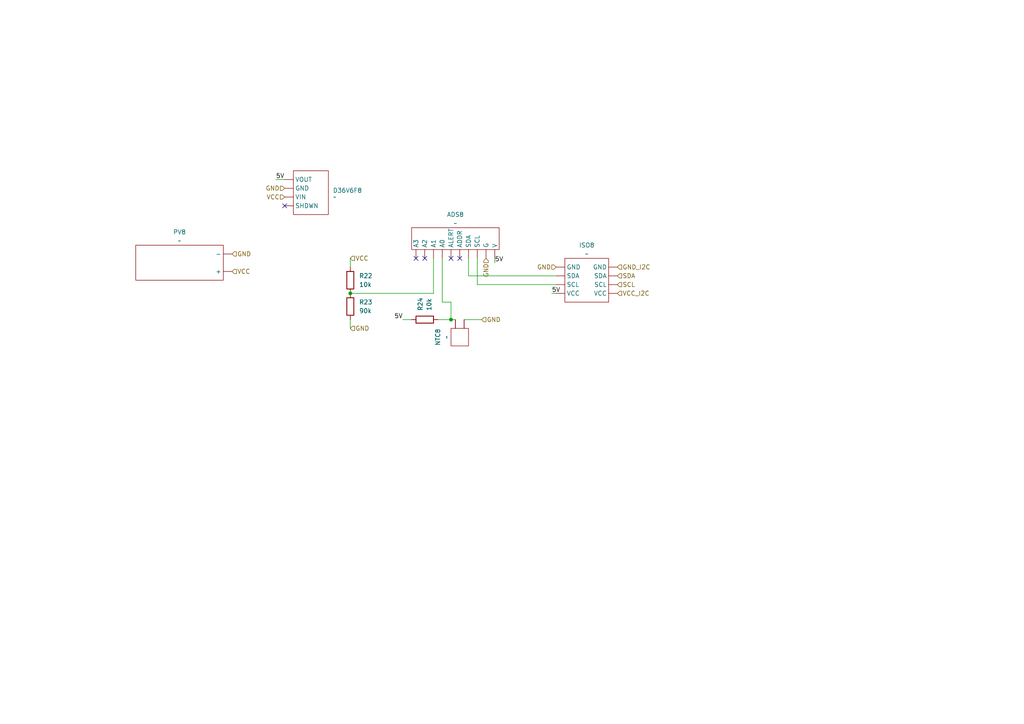
<source format=kicad_sch>
(kicad_sch (version 20231120) (generator "eeschema") (generator_version "8.0")
  (paper "A4")
  (lib_symbols
    (symbol "Device:R" (pin_numbers hide) (pin_names (offset 0))
      (property "Reference" "R" (at 2.032 0 90))
      (property "Value" "R" (at 0 0 90))
      (symbol "R_0_1"
        (rectangle (start -1.016 -2.54) (end 1.016 2.54) (stroke (width 0.254)))
      )
      (symbol "R_1_1"
        (pin passive line (at 0 3.81 270) (length 1.27) (name "~") (number "1"))
        (pin passive line (at 0 -3.81 90) (length 1.27) (name "~") (number "2"))
      )
    )
    (symbol "New_Library_0:ADC"
      (property "Reference" "ADS1115" (at 0 4.826 0))
      (symbol "ADC_0_1"
        (rectangle (start -12.7 3.81) (end 12.7 -2.54))
      )
      (symbol "ADC_1_1"
        (pin input line (at -3.81 -5.08 90) (length 2.54) (name "A0") (number ""))
        (pin input line (at -6.35 -5.08 90) (length 2.54) (name "A1") (number ""))
        (pin input line (at -8.89 -5.08 90) (length 2.54) (name "A2") (number ""))
        (pin input line (at -11.43 -5.08 90) (length 2.54) (name "A3") (number ""))
        (pin input line (at 1.27 -5.08 90) (length 2.54) (name "ADDR") (number ""))
        (pin input line (at -1.27 -5.08 90) (length 2.54) (name "ALERT") (number ""))
        (pin input line (at 8.89 -5.08 90) (length 2.54) (name "G") (number ""))
        (pin input line (at 6.35 -5.08 90) (length 2.54) (name "SCL") (number ""))
        (pin input line (at 3.81 -5.08 90) (length 2.54) (name "SDA") (number ""))
        (pin input line (at 11.43 -5.08 90) (length 2.54) (name "V") (number ""))
      )
    )
    (symbol "New_Library_0:Bidirectional I2C Isolator"
      (property "Reference" "ISO1540" (at 0.254 8.382 0))
      (symbol "Bidirectional I2C Isolator_0_1"
        (rectangle (start -6.35 6.35) (end 6.35 -6.35))
      )
      (symbol "Bidirectional I2C Isolator_1_1"
        (pin input line (at -8.89 3.81 0) (length 2.54) (name "GND") (number ""))
        (pin output line (at 8.89 3.81 180) (length 2.54) (name "GND") (number ""))
        (pin input line (at -8.89 -1.27 0) (length 2.54) (name "SCL") (number ""))
        (pin output line (at 8.89 -1.27 180) (length 2.54) (name "SCL") (number ""))
        (pin input line (at -8.89 1.27 0) (length 2.54) (name "SDA") (number ""))
        (pin output line (at 8.89 1.27 180) (length 2.54) (name "SDA") (number ""))
        (pin input line (at -8.89 -3.81 0) (length 2.54) (name "VCC") (number ""))
        (pin output line (at 8.89 -3.81 180) (length 2.54) (name "VCC") (number ""))
      )
    )
    (symbol "New_Library_0:PanelFoto"
      (property "Reference" "PV" (at 0 6.096 0))
      (symbol "PanelFoto_0_1"
        (rectangle (start -12.7 5.08) (end 12.7 -5.08))
      )
      (symbol "PanelFoto_1_1"
        (pin output line (at 15.24 -2.54 180) (length 2.54) (name "+") (number ""))
        (pin output line (at 15.24 2.54 180) (length 2.54) (name "-") (number ""))
      )
    )
    (symbol "New_Library_0:StepDown"
      (property "Reference" "D36V6F5" (at 0 7.62 0))
      (symbol "StepDown_0_1"
        (rectangle (start -5.08 6.35) (end 5.08 -6.35))
      )
      (symbol "StepDown_1_1"
        (pin input line (at 7.62 -1.27 180) (length 2.54) (name "GND") (number ""))
        (pin input line (at 7.62 3.81 180) (length 2.54) (name "SHDWN") (number ""))
        (pin input line (at 7.62 1.27 180) (length 2.54) (name "VIN") (number ""))
        (pin input line (at 7.62 -3.81 180) (length 2.54) (name "VOUT") (number ""))
      )
    )
    (symbol "New_Library_0:Temperature_Sensor"
      (property "Reference" "NTC" (at 0 4.064 0))
      (symbol "Temperature_Sensor_1_1"
        (rectangle (start -2.54 2.54) (end 2.54 -2.54))
        (pin output line (at -1.27 -5.08 90) (length 2.54) (name "") (number ""))
        (pin output line (at 1.27 -5.08 90) (length 2.54) (name "") (number ""))
      )
    )
  )
  (junction (at 101.6 85.09))
  (junction (at 130.81 92.71))
  (no_connect (at 133.35 74.93))
  (no_connect (at 82.55 59.69))
  (no_connect (at 123.19 74.93))
  (no_connect (at 120.65 74.93))
  (no_connect (at 130.81 74.93))
  (wire (pts (xy 160.02 85.09) (xy 161.29 85.09)))
  (wire (pts (xy 138.43 74.93) (xy 138.43 82.55)))
  (wire (pts (xy 80.01 52.07) (xy 82.55 52.07)))
  (wire (pts (xy 101.6 74.93) (xy 101.6 77.47)))
  (wire (pts (xy 138.43 82.55) (xy 161.29 82.55)))
  (wire (pts (xy 128.27 87.63) (xy 130.81 87.63)))
  (wire (pts (xy 127 92.71) (xy 130.81 92.71)))
  (wire (pts (xy 135.89 74.93) (xy 135.89 80.01)))
  (wire (pts (xy 116.84 92.71) (xy 119.38 92.71)))
  (wire (pts (xy 161.29 80.01) (xy 135.89 80.01)))
  (wire (pts (xy 125.73 74.93) (xy 125.73 85.09)))
  (wire (pts (xy 101.6 85.09) (xy 125.73 85.09)))
  (wire (pts (xy 101.6 92.71) (xy 101.6 95.25)))
  (wire (pts (xy 130.81 87.63) (xy 130.81 92.71)))
  (wire (pts (xy 128.27 74.93) (xy 128.27 87.63)))
  (wire (pts (xy 143.51 76.2) (xy 143.51 74.93)))
  (wire (pts (xy 134.62 92.71) (xy 139.7 92.71)))
  (wire (pts (xy 130.81 92.71) (xy 132.08 92.71)))
  (label "5V" (at 116.84 92.71 180))
  (label "5V" (at 160.02 85.09 0))
  (label "5V" (at 80.01 52.07 0))
  (label "5V" (at 143.51 76.2 0))
  (hierarchical_label "GND" (shape input) (at 82.55 54.61 180))
  (hierarchical_label "GND" (shape input) (at 140.97 74.93 270))
  (hierarchical_label "SCL" (shape input) (at 179.07 82.55 0))
  (hierarchical_label "VCC_I2C" (shape input) (at 179.07 85.09 0))
  (hierarchical_label "GND" (shape input) (at 139.7 92.71 0))
  (hierarchical_label "VCC" (shape input) (at 82.55 57.15 180))
  (hierarchical_label "SDA" (shape input) (at 179.07 80.01 0))
  (hierarchical_label "VCC" (shape input) (at 67.31 78.74 0))
  (hierarchical_label "GND_I2C" (shape input) (at 179.07 77.47 0))
  (hierarchical_label "GND" (shape input) (at 101.6 95.25 0))
  (hierarchical_label "VCC" (shape input) (at 101.6 74.93 0))
  (hierarchical_label "GND" (shape input) (at 161.29 77.47 180))
  (hierarchical_label "GND" (shape input) (at 67.31 73.66 0))
  (symbol (lib_id "New_Library_0:PanelFoto") (at 52.07 76.2 0) (unit 1)
    (property "Reference" "PV1" (at 52.07 67.31 0))
    (property "Value" "~" (at 52.07 69.85 0))
    (instances (project "main" (path "" (reference "PV8") (unit 1)) (path "" (reference "PV1") (unit 1)) (path "" (reference "PV5") (unit 1)) (path "" (reference "PV6") (unit 1)) (path "" (reference "PV4") (unit 1)) (path "" (reference "PV2") (unit 1)) (path "" (reference "PV7") (unit 1)) (path "" (reference "PV3") (unit 1))))
  )
  (symbol (lib_id "New_Library_0:Bidirectional I2C Isolator") (at 170.18 81.28 0) (unit 1)
    (property "Reference" "ISO1" (at 170.18 71.12 0))
    (property "Value" "~" (at 170.18 73.66 0))
    (instances (project "main" (path "" (reference "ISO8") (unit 1)) (path "" (reference "ISO1") (unit 1)) (path "" (reference "ISO5") (unit 1)) (path "" (reference "ISO6") (unit 1)) (path "" (reference "ISO4") (unit 1)) (path "" (reference "ISO2") (unit 1)) (path "" (reference "ISO7") (unit 1)) (path "" (reference "ISO3") (unit 1))))
  )
  (symbol (lib_id "New_Library_0:Temperature_Sensor") (at 133.35 97.79 180) (unit 1)
    (property "Reference" "NTC1" (at 127 97.79 90))
    (property "Value" "~" (at 129.54 97.79 90))
    (instances (project "main" (path "" (reference "NTC8") (unit 1)) (path "" (reference "NTC1") (unit 1)) (path "" (reference "NTC5") (unit 1)) (path "" (reference "NTC6") (unit 1)) (path "" (reference "NTC4") (unit 1)) (path "" (reference "NTC2") (unit 1)) (path "" (reference "NTC7") (unit 1)) (path "" (reference "NTC3") (unit 1))))
  )
  (symbol (lib_id "New_Library_0:ADC") (at 132.08 69.85 0) (unit 1)
    (property "Reference" "ADS1" (at 132.08 62.23 0))
    (property "Value" "~" (at 132.08 64.77 0))
    (instances (project "main" (path "" (reference "ADS8") (unit 1)) (path "" (reference "ADS1") (unit 1)) (path "" (reference "ADS5") (unit 1)) (path "" (reference "ADS6") (unit 1)) (path "" (reference "ADS4") (unit 1)) (path "" (reference "ADS2") (unit 1)) (path "" (reference "ADS7") (unit 1)) (path "" (reference "ADS3") (unit 1))))
  )
  (symbol (lib_id "Device:R") (at 101.6 88.9 0) (unit 1)
    (property "Reference" "R2" (at 104.14 87.6299 0) (effects (justify left)))
    (property "Value" "90k" (at 104.14 90.1699 0) (effects (justify left)))
    (property "Description" "Resistor" (effects (hide yes)))
    (instances (project "main" (path "" (reference "R23") (unit 1)) (path "" (reference "R2") (unit 1)) (path "" (reference "R14") (unit 1)) (path "" (reference "R17") (unit 1)) (path "" (reference "R11") (unit 1)) (path "" (reference "R5") (unit 1)) (path "" (reference "R20") (unit 1)) (path "" (reference "R8") (unit 1))))
  )
  (symbol (lib_id "Device:R") (at 123.19 92.71 270) (unit 1)
    (property "Reference" "R3" (at 121.9199 90.17 0) (effects (justify right)))
    (property "Value" "10k" (at 124.4599 90.17 0) (effects (justify right)))
    (property "Description" "Resistor" (effects (hide yes)))
    (instances (project "main" (path "" (reference "R24") (unit 1)) (path "" (reference "R3") (unit 1)) (path "" (reference "R15") (unit 1)) (path "" (reference "R18") (unit 1)) (path "" (reference "R12") (unit 1)) (path "" (reference "R6") (unit 1)) (path "" (reference "R21") (unit 1)) (path "" (reference "R9") (unit 1))))
  )
  (symbol (lib_id "Device:R") (at 101.6 81.28 0) (unit 1)
    (property "Reference" "R1" (at 104.14 80.0099 0) (effects (justify left)))
    (property "Value" "10k" (at 104.14 82.5499 0) (effects (justify left)))
    (property "Description" "Resistor" (effects (hide yes)))
    (instances (project "main" (path "" (reference "R22") (unit 1)) (path "" (reference "R1") (unit 1)) (path "" (reference "R13") (unit 1)) (path "" (reference "R16") (unit 1)) (path "" (reference "R10") (unit 1)) (path "" (reference "R4") (unit 1)) (path "" (reference "R19") (unit 1)) (path "" (reference "R7") (unit 1))))
  )
  (symbol (lib_id "New_Library_0:StepDown") (at 90.17 55.88 180) (unit 1)
    (property "Reference" "D36V6F1" (at 96.52 55.2449 0) (effects (justify right)))
    (property "Value" "~" (at 96.52 57.15 0) (effects (justify right)))
    (instances (project "main" (path "" (reference "D36V6F8") (unit 1)) (path "" (reference "D36V6F1") (unit 1)) (path "" (reference "D36V6F5") (unit 1)) (path "" (reference "D36V6F6") (unit 1)) (path "" (reference "D36V6F4") (unit 1)) (path "" (reference "D36V6F2") (unit 1)) (path "" (reference "D36V6F7") (unit 1)) (path "" (reference "D36V6F3") (unit 1))))
  )
)
</source>
